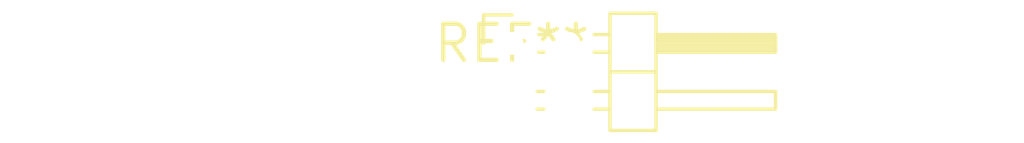
<source format=kicad_pcb>
(kicad_pcb (version 20240108) (generator pcbnew)
  (layers (0 "F.Cu" signal) (31 "B.Cu" signal) (34 "B.Paste" user) (35 "F.Paste" user) (36 "B.SilkS" user "B.Silkscreen") (37 "F.SilkS" user "F.Silkscreen") (38 "B.Mask" user) (39 "F.Mask" user) (44 "Edge.Cuts" user))
  (net 0 "")
  (footprint "PinHeader_2x02_P2.00mm_Horizontal" (layer "F.Cu") (at 0 0)
    (property "Reference" "REF**")
    (property "Value" "PinHeader_2x02_P2.00mm_Horizontal")
    (fp_line (start -1 -1) (end 0 -1) (layer "F.SilkS") (stroke (width 0.12)))
    (fp_line (start -1 0) (end -1 -1) (layer "F.SilkS") (stroke (width 0.12)))
    (fp_line (start 0.882114 1.69) (end 1.117886 1.69) (layer "F.SilkS") (stroke (width 0.12)))
    (fp_line (start 0.882114 2.31) (end 1.117886 2.31) (layer "F.SilkS") (stroke (width 0.12)))
    (fp_line (start 0.935 -0.31) (end 1.117886 -0.31) (layer "F.SilkS") (stroke (width 0.12)))
    (fp_line (start 0.935 0.31) (end 1.117886 0.31) (layer "F.SilkS") (stroke (width 0.12)))
    (fp_line (start 2.882114 -0.31) (end 3.44 -0.31) (layer "F.SilkS") (stroke (width 0.12)))
    (fp_line (start 2.882114 0.31) (end 3.44 0.31) (layer "F.SilkS") (stroke (width 0.12)))
    (fp_line (start 2.882114 1.69) (end 3.44 1.69) (layer "F.SilkS") (stroke (width 0.12)))
    (fp_line (start 2.882114 2.31) (end 3.44 2.31) (layer "F.SilkS") (stroke (width 0.12)))
    (fp_line (start 3.44 -1.06) (end 3.44 3.06) (layer "F.SilkS") (stroke (width 0.12)))
    (fp_line (start 3.44 1) (end 5.06 1) (layer "F.SilkS") (stroke (width 0.12)))
    (fp_line (start 3.44 3.06) (end 5.06 3.06) (layer "F.SilkS") (stroke (width 0.12)))
    (fp_line (start 5.06 -1.06) (end 3.44 -1.06) (layer "F.SilkS") (stroke (width 0.12)))
    (fp_line (start 5.06 -0.31) (end 9.26 -0.31) (layer "F.SilkS") (stroke (width 0.12)))
    (fp_line (start 5.06 -0.25) (end 9.26 -0.25) (layer "F.SilkS") (stroke (width 0.12)))
    (fp_line (start 5.06 -0.13) (end 9.26 -0.13) (layer "F.SilkS") (stroke (width 0.12)))
    (fp_line (start 5.06 -0.01) (end 9.26 -0.01) (layer "F.SilkS") (stroke (width 0.12)))
    (fp_line (start 5.06 0.11) (end 9.26 0.11) (layer "F.SilkS") (stroke (width 0.12)))
    (fp_line (start 5.06 0.23) (end 9.26 0.23) (layer "F.SilkS") (stroke (width 0.12)))
    (fp_line (start 5.06 1.69) (end 9.26 1.69) (layer "F.SilkS") (stroke (width 0.12)))
    (fp_line (start 5.06 3.06) (end 5.06 -1.06) (layer "F.SilkS") (stroke (width 0.12)))
    (fp_line (start 9.26 -0.31) (end 9.26 0.31) (layer "F.SilkS") (stroke (width 0.12)))
    (fp_line (start 9.26 0.31) (end 5.06 0.31) (layer "F.SilkS") (stroke (width 0.12)))
    (fp_line (start 9.26 1.69) (end 9.26 2.31) (layer "F.SilkS") (stroke (width 0.12)))
    (fp_line (start 9.26 2.31) (end 5.06 2.31) (layer "F.SilkS") (stroke (width 0.12)))
    (pad "1" thru_hole rect (at 0 0) (size 1.35 1.35) (drill 0.8) (layers *.Cu *.Mask) (remove_unused_layers))
    (pad "2" thru_hole oval (at 2 0) (size 1.35 1.35) (drill 0.8) (layers *.Cu *.Mask) (remove_unused_layers))
    (pad "3" thru_hole oval (at 0 2) (size 1.35 1.35) (drill 0.8) (layers *.Cu *.Mask) (remove_unused_layers))
    (pad "4" thru_hole oval (at 2 2) (size 1.35 1.35) (drill 0.8) (layers *.Cu *.Mask) (remove_unused_layers))
  )
)
</source>
